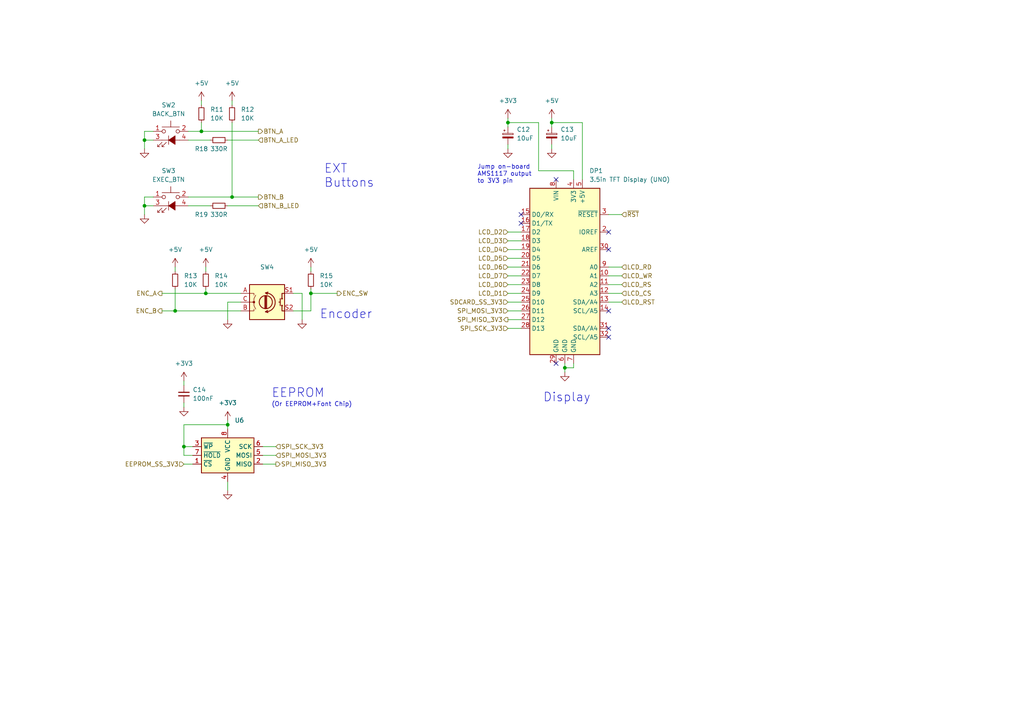
<source format=kicad_sch>
(kicad_sch (version 20211123) (generator eeschema)
  (paper "A4")
  (title_block (title "Tauntek LogIC tester Hat") (date "2022-06-18") (rev "1") (company "Sleepy Pony Labs"))
  (lib_symbols
    (symbol "Device:C_Polarized_Small" (pin_numbers hide) (pin_names (offset 0.254) hide)
      (property "Reference" "C" (at 0.254 1.778 0))
      (property "Value" "C_Polarized_Small" (at 0.254 -2.032 0))
      (symbol "C_Polarized_Small_0_1"
        (rectangle (start -1.524 -0.3048) (end 1.524 -0.6858) (fill (type outline)))
        (rectangle (start -1.524 0.6858) (end 1.524 0.3048))
        (polyline (pts (xy -1.27 1.524) (xy -0.762 1.524)))
        (polyline (pts (xy -1.016 1.27) (xy -1.016 1.778)))
      )
      (symbol "C_Polarized_Small_1_1"
        (pin passive line (at 0 2.54 270) (length 1.8542) (name "~") (number "1"))
        (pin passive line (at 0 -2.54 90) (length 1.8542) (name "~") (number "2"))
      )
    )
    (symbol "Device:C_Small" (pin_numbers hide) (pin_names (offset 0.254) hide)
      (property "Reference" "C" (at 0.254 1.778 0))
      (property "Value" "C_Small" (at 0.254 -2.032 0))
      (symbol "C_Small_0_1"
        (polyline (pts (xy -1.524 -0.508) (xy 1.524 -0.508)) (stroke (width 0.3302)))
        (polyline (pts (xy -1.524 0.508) (xy 1.524 0.508)) (stroke (width 0.3048)))
      )
      (symbol "C_Small_1_1"
        (pin passive line (at 0 2.54 270) (length 2.032) (name "~") (number "1"))
        (pin passive line (at 0 -2.54 90) (length 2.032) (name "~") (number "2"))
      )
    )
    (symbol "Device:R_Small" (pin_numbers hide) (pin_names (offset 0.254) hide)
      (property "Reference" "R" (at 0.762 0.508 0))
      (property "Value" "R_Small" (at 0.762 -1.016 0))
      (symbol "R_Small_0_1"
        (rectangle (start -0.762 1.778) (end 0.762 -1.778) (stroke (width 0.2032)))
      )
      (symbol "R_Small_1_1"
        (pin passive line (at 0 2.54 270) (length 0.762) (name "~") (number "1"))
        (pin passive line (at 0 -2.54 90) (length 0.762) (name "~") (number "2"))
      )
    )
    (symbol "Device:RotaryEncoder_Switch" (pin_names (offset 0.254) hide)
      (property "Reference" "SW" (at 0 6.604 0))
      (property "Value" "RotaryEncoder_Switch" (at 0 -6.604 0))
      (symbol "RotaryEncoder_Switch_0_1"
        (rectangle (start -5.08 5.08) (end 5.08 -5.08) (stroke (width 0.254)) (fill (type background)))
        (circle (center -3.81 0) (radius 0.254) (fill (type outline)))
        (arc (start -0.381 -2.794) (mid 2.3622 -0.0508) (end -0.381 2.667) (stroke (width 0.254)))
        (circle (center -0.381 0) (radius 1.905) (stroke (width 0.254)))
        (polyline (pts (xy -0.635 -1.778) (xy -0.635 1.778)) (stroke (width 0.254)))
        (polyline (pts (xy -0.381 -1.778) (xy -0.381 1.778)) (stroke (width 0.254)))
        (polyline (pts (xy -0.127 1.778) (xy -0.127 -1.778)) (stroke (width 0.254)))
        (polyline (pts (xy 3.81 0) (xy 3.429 0)) (stroke (width 0.254)))
        (polyline (pts (xy 3.81 1.016) (xy 3.81 -1.016)) (stroke (width 0.254)))
        (polyline (pts (xy -5.08 -2.54) (xy -3.81 -2.54) (xy -3.81 -2.032)))
        (polyline (pts (xy -5.08 2.54) (xy -3.81 2.54) (xy -3.81 2.032)))
        (polyline (pts (xy 0.254 -3.048) (xy -0.508 -2.794) (xy 0.127 -2.413)) (stroke (width 0.254)))
        (polyline (pts (xy 0.254 2.921) (xy -0.508 2.667) (xy 0.127 2.286)) (stroke (width 0.254)))
        (polyline (pts (xy 5.08 -2.54) (xy 4.318 -2.54) (xy 4.318 -1.016)) (stroke (width 0.254)))
        (polyline (pts (xy 5.08 2.54) (xy 4.318 2.54) (xy 4.318 1.016)) (stroke (width 0.254)))
        (polyline (pts (xy -5.08 0) (xy -3.81 0) (xy -3.81 -1.016) (xy -3.302 -2.032)))
        (polyline (pts (xy -4.318 0) (xy -3.81 0) (xy -3.81 1.016) (xy -3.302 2.032)))
        (circle (center 4.318 -1.016) (radius 0.127) (stroke (width 0.254)))
        (circle (center 4.318 1.016) (radius 0.127) (stroke (width 0.254)))
      )
      (symbol "RotaryEncoder_Switch_1_1"
        (pin passive line (at -7.62 2.54 0) (length 2.54) (name "A") (number "A"))
        (pin passive line (at -7.62 -2.54 0) (length 2.54) (name "B") (number "B"))
        (pin passive line (at -7.62 0 0) (length 2.54) (name "C") (number "C"))
        (pin passive line (at 7.62 2.54 180) (length 2.54) (name "S1") (number "S1"))
        (pin passive line (at 7.62 -2.54 180) (length 2.54) (name "S2") (number "S2"))
      )
    )
    (symbol "MCU_Module:Arduino_UNO_R3"
      (property "Reference" "A" (at -10.16 23.495 0))
      (property "Value" "Arduino_UNO_R3" (at 5.08 -26.67 0))
      (symbol "Arduino_UNO_R3_0_1"
        (rectangle (start -10.16 22.86) (end 10.16 -25.4) (stroke (width 0.254)) (fill (type background)))
      )
      (symbol "Arduino_UNO_R3_1_1"
        (pin no_connect line (at -10.16 -20.32 0) (length 2.54) hide (name "NC") (number "1"))
        (pin bidirectional line (at 12.7 -2.54 180) (length 2.54) (name "A1") (number "10"))
        (pin bidirectional line (at 12.7 -5.08 180) (length 2.54) (name "A2") (number "11"))
        (pin bidirectional line (at 12.7 -7.62 180) (length 2.54) (name "A3") (number "12"))
        (pin bidirectional line (at 12.7 -10.16 180) (length 2.54) (name "SDA/A4") (number "13"))
        (pin bidirectional line (at 12.7 -12.7 180) (length 2.54) (name "SCL/A5") (number "14"))
        (pin bidirectional line (at -12.7 15.24 0) (length 2.54) (name "D0/RX") (number "15"))
        (pin bidirectional line (at -12.7 12.7 0) (length 2.54) (name "D1/TX") (number "16"))
        (pin bidirectional line (at -12.7 10.16 0) (length 2.54) (name "D2") (number "17"))
        (pin bidirectional line (at -12.7 7.62 0) (length 2.54) (name "D3") (number "18"))
        (pin bidirectional line (at -12.7 5.08 0) (length 2.54) (name "D4") (number "19"))
        (pin output line (at 12.7 10.16 180) (length 2.54) (name "IOREF") (number "2"))
        (pin bidirectional line (at -12.7 2.54 0) (length 2.54) (name "D5") (number "20"))
        (pin bidirectional line (at -12.7 0 0) (length 2.54) (name "D6") (number "21"))
        (pin bidirectional line (at -12.7 -2.54 0) (length 2.54) (name "D7") (number "22"))
        (pin bidirectional line (at -12.7 -5.08 0) (length 2.54) (name "D8") (number "23"))
        (pin bidirectional line (at -12.7 -7.62 0) (length 2.54) (name "D9") (number "24"))
        (pin bidirectional line (at -12.7 -10.16 0) (length 2.54) (name "D10") (number "25"))
        (pin bidirectional line (at -12.7 -12.7 0) (length 2.54) (name "D11") (number "26"))
        (pin bidirectional line (at -12.7 -15.24 0) (length 2.54) (name "D12") (number "27"))
        (pin bidirectional line (at -12.7 -17.78 0) (length 2.54) (name "D13") (number "28"))
        (pin power_in line (at -2.54 -27.94 90) (length 2.54) (name "GND") (number "29"))
        (pin input line (at 12.7 15.24 180) (length 2.54) (name "~{RESET}") (number "3"))
        (pin input line (at 12.7 5.08 180) (length 2.54) (name "AREF") (number "30"))
        (pin bidirectional line (at 12.7 -17.78 180) (length 2.54) (name "SDA/A4") (number "31"))
        (pin bidirectional line (at 12.7 -20.32 180) (length 2.54) (name "SCL/A5") (number "32"))
        (pin power_out line (at 2.54 25.4 270) (length 2.54) (name "3V3") (number "4"))
        (pin power_out line (at 5.08 25.4 270) (length 2.54) (name "+5V") (number "5"))
        (pin power_in line (at 0 -27.94 90) (length 2.54) (name "GND") (number "6"))
        (pin power_in line (at 2.54 -27.94 90) (length 2.54) (name "GND") (number "7"))
        (pin power_in line (at -2.54 25.4 270) (length 2.54) (name "VIN") (number "8"))
        (pin bidirectional line (at 12.7 0 180) (length 2.54) (name "A0") (number "9"))
      )
    )
    (symbol "Memory_EEPROM:25LCxxx"
      (property "Reference" "U" (at -7.62 6.35 0))
      (property "Value" "25LCxxx" (at 2.54 -6.35 0))
      (symbol "25LCxxx_1_1"
        (rectangle (start -7.62 5.08) (end 7.62 -5.08) (stroke (width 0.254)) (fill (type background)))
        (pin input line (at -10.16 -2.54 0) (length 2.54) (name "~{CS}") (number "1"))
        (pin tri_state line (at 10.16 -2.54 180) (length 2.54) (name "MISO") (number "2"))
        (pin input line (at -10.16 2.54 0) (length 2.54) (name "~{WP}") (number "3"))
        (pin power_in line (at 0 -7.62 90) (length 2.54) (name "GND") (number "4"))
        (pin input line (at 10.16 0 180) (length 2.54) (name "MOSI") (number "5"))
        (pin input line (at 10.16 2.54 180) (length 2.54) (name "SCK") (number "6"))
        (pin input line (at -10.16 0 0) (length 2.54) (name "~{HOLD}") (number "7"))
        (pin power_in line (at 0 7.62 270) (length 2.54) (name "VCC") (number "8"))
      )
    )
    (symbol "Switch:SW_Push_LED" (pin_names (offset 1.016) hide)
      (property "Reference" "SW" (at 0.635 5.715 0))
      (property "Value" "SW_Push_LED" (at 0 -3.175 0))
      (symbol "SW_Push_LED_0_0"
        (polyline (pts (xy -3.81 -1.905) (xy -2.54 -0.635)))
        (polyline (pts (xy -2.54 -1.905) (xy -1.27 -0.635)))
        (polyline (pts (xy -2.54 0) (xy 2.54 0)))
        (polyline (pts (xy -0.635 1.27) (xy -0.635 -1.27)))
        (polyline (pts (xy -3.81 -1.27) (xy -3.81 -1.905) (xy -3.175 -1.905)))
        (polyline (pts (xy -2.54 -1.27) (xy -2.54 -1.905) (xy -1.905 -1.905)))
        (polyline (pts (xy -0.635 0) (xy 1.27 1.27) (xy 1.27 -1.27) (xy -0.635 0)) (fill (type outline)))
      )
      (symbol "SW_Push_LED_0_1"
        (circle (center -2.032 2.54) (radius 0.508))
        (polyline (pts (xy 0 3.81) (xy 0 5.588)))
        (polyline (pts (xy 2.54 3.81) (xy -2.54 3.81)))
        (circle (center 2.032 2.54) (radius 0.508))
        (pin passive line (at -5.08 2.54 0) (length 2.54) (name "1") (number "1"))
        (pin passive line (at 5.08 2.54 180) (length 2.54) (name "2") (number "2"))
        (pin passive line (at -5.08 0 0) (length 2.54) (name "K") (number "3"))
        (pin passive line (at 5.08 0 180) (length 2.54) (name "A") (number "4"))
      )
    )
    (symbol "power:+3.3V" (power) (pin_names (offset 0))
      (property "Value" "+3.3V" (at 0 3.556 0))
      (symbol "+3.3V_0_1"
        (polyline (pts (xy -0.762 1.27) (xy 0 2.54)))
        (polyline (pts (xy 0 0) (xy 0 2.54)))
        (polyline (pts (xy 0 2.54) (xy 0.762 1.27)))
      )
      (symbol "+3.3V_1_1"
        (pin power_in line (at 0 0 90) (length 0) hide (name "+3V3") (number "1"))
      )
    )
    (symbol "power:+5V" (power) (pin_names (offset 0))
      (property "Value" "+5V" (at 0 3.556 0))
      (symbol "+5V_0_1"
        (polyline (pts (xy -0.762 1.27) (xy 0 2.54)))
        (polyline (pts (xy 0 0) (xy 0 2.54)))
        (polyline (pts (xy 0 2.54) (xy 0.762 1.27)))
      )
      (symbol "+5V_1_1"
        (pin power_in line (at 0 0 90) (length 0) hide (name "+5V") (number "1"))
      )
    )
    (symbol "power:GND" (power) (pin_names (offset 0))
      (property "Value" "GND" (at 0 -3.81 0))
      (symbol "GND_0_1"
        (polyline (pts (xy 0 0) (xy 0 -1.27) (xy 1.27 -1.27) (xy 0 -2.54) (xy -1.27 -1.27) (xy 0 -1.27)))
      )
      (symbol "GND_1_1"
        (pin power_in line (at 0 0 270) (length 0) hide (name "GND") (number "1"))
      )
    )
  )
  (junction (at 50.8 90.17))
  (junction (at 53.34 129.54))
  (junction (at 160.02 35.56))
  (junction (at 67.31 57.15))
  (junction (at 41.91 59.69))
  (junction (at 59.69 85.09))
  (junction (at 163.83 106.68))
  (junction (at 66.04 123.19))
  (junction (at 147.32 35.56))
  (junction (at 58.42 38.1))
  (junction (at 41.91 40.64))
  (junction (at 90.17 85.09))
  (no_connect (at 176.53 67.31))
  (no_connect (at 151.13 64.77))
  (no_connect (at 151.13 62.23))
  (no_connect (at 176.53 90.17))
  (no_connect (at 176.53 95.25))
  (no_connect (at 161.29 52.07))
  (no_connect (at 176.53 72.39))
  (no_connect (at 176.53 97.79))
  (no_connect (at 161.29 105.41))
  (wire (pts (xy 54.61 40.64) (xy 60.96 40.64)))
  (wire (pts (xy 67.31 57.15) (xy 67.31 35.56)))
  (wire (pts (xy 44.45 38.1) (xy 41.91 38.1)))
  (wire (pts (xy 147.32 69.85) (xy 151.13 69.85)))
  (wire (pts (xy 147.32 87.63) (xy 151.13 87.63)))
  (wire (pts (xy 67.31 29.21) (xy 67.31 30.48)))
  (wire (pts (xy 69.85 85.09) (xy 59.69 85.09)))
  (wire (pts (xy 66.04 123.19) (xy 66.04 124.46)))
  (wire (pts (xy 58.42 38.1) (xy 74.93 38.1)))
  (wire (pts (xy 53.34 116.84) (xy 53.34 118.11)))
  (wire (pts (xy 54.61 38.1) (xy 58.42 38.1)))
  (wire (pts (xy 54.61 57.15) (xy 67.31 57.15)))
  (wire (pts (xy 76.2 129.54) (xy 80.01 129.54)))
  (wire (pts (xy 160.02 35.56) (xy 160.02 36.83)))
  (wire (pts (xy 147.32 90.17) (xy 151.13 90.17)))
  (wire (pts (xy 66.04 87.63) (xy 66.04 92.71)))
  (wire (pts (xy 176.53 87.63) (xy 180.34 87.63)))
  (wire (pts (xy 66.04 123.19) (xy 53.34 123.19)))
  (wire (pts (xy 46.99 85.09) (xy 59.69 85.09)))
  (wire (pts (xy 69.85 90.17) (xy 50.8 90.17)))
  (wire (pts (xy 87.63 85.09) (xy 87.63 92.71)))
  (wire (pts (xy 147.32 77.47) (xy 151.13 77.47)))
  (wire (pts (xy 53.34 129.54) (xy 55.88 129.54)))
  (wire (pts (xy 67.31 57.15) (xy 74.93 57.15)))
  (wire (pts (xy 41.91 40.64) (xy 41.91 43.18)))
  (wire (pts (xy 46.99 90.17) (xy 50.8 90.17)))
  (wire (pts (xy 54.61 59.69) (xy 60.96 59.69)))
  (wire (pts (xy 147.32 35.56) (xy 147.32 36.83)))
  (wire (pts (xy 90.17 77.47) (xy 90.17 78.74)))
  (wire (pts (xy 87.63 85.09) (xy 85.09 85.09)))
  (wire (pts (xy 147.32 67.31) (xy 151.13 67.31)))
  (wire (pts (xy 176.53 80.01) (xy 180.34 80.01)))
  (wire (pts (xy 176.53 82.55) (xy 180.34 82.55)))
  (wire (pts (xy 156.21 49.53) (xy 166.37 49.53)))
  (wire (pts (xy 156.21 35.56) (xy 156.21 49.53)))
  (wire (pts (xy 160.02 41.91) (xy 160.02 43.18)))
  (wire (pts (xy 166.37 106.68) (xy 166.37 105.41)))
  (wire (pts (xy 147.32 34.29) (xy 147.32 35.56)))
  (wire (pts (xy 76.2 132.08) (xy 80.01 132.08)))
  (wire (pts (xy 66.04 121.92) (xy 66.04 123.19)))
  (wire (pts (xy 168.91 35.56) (xy 168.91 52.07)))
  (wire (pts (xy 147.32 74.93) (xy 151.13 74.93)))
  (wire (pts (xy 53.34 132.08) (xy 55.88 132.08)))
  (wire (pts (xy 147.32 82.55) (xy 151.13 82.55)))
  (wire (pts (xy 66.04 40.64) (xy 74.93 40.64)))
  (wire (pts (xy 41.91 57.15) (xy 41.91 59.69)))
  (wire (pts (xy 163.83 105.41) (xy 163.83 106.68)))
  (wire (pts (xy 53.34 129.54) (xy 53.34 132.08)))
  (wire (pts (xy 41.91 40.64) (xy 44.45 40.64)))
  (wire (pts (xy 41.91 59.69) (xy 44.45 59.69)))
  (wire (pts (xy 58.42 38.1) (xy 58.42 35.56)))
  (wire (pts (xy 160.02 35.56) (xy 168.91 35.56)))
  (wire (pts (xy 41.91 38.1) (xy 41.91 40.64)))
  (wire (pts (xy 176.53 85.09) (xy 180.34 85.09)))
  (wire (pts (xy 147.32 95.25) (xy 151.13 95.25)))
  (wire (pts (xy 53.34 134.62) (xy 55.88 134.62)))
  (wire (pts (xy 58.42 29.21) (xy 58.42 30.48)))
  (wire (pts (xy 69.85 87.63) (xy 66.04 87.63)))
  (wire (pts (xy 66.04 59.69) (xy 74.93 59.69)))
  (wire (pts (xy 50.8 90.17) (xy 50.8 83.82)))
  (wire (pts (xy 41.91 59.69) (xy 41.91 62.23)))
  (wire (pts (xy 176.53 77.47) (xy 180.34 77.47)))
  (wire (pts (xy 85.09 90.17) (xy 90.17 90.17)))
  (wire (pts (xy 166.37 49.53) (xy 166.37 52.07)))
  (wire (pts (xy 147.32 92.71) (xy 151.13 92.71)))
  (wire (pts (xy 53.34 110.49) (xy 53.34 111.76)))
  (wire (pts (xy 163.83 106.68) (xy 166.37 106.68)))
  (wire (pts (xy 50.8 77.47) (xy 50.8 78.74)))
  (wire (pts (xy 147.32 72.39) (xy 151.13 72.39)))
  (wire (pts (xy 59.69 77.47) (xy 59.69 78.74)))
  (wire (pts (xy 90.17 90.17) (xy 90.17 85.09)))
  (wire (pts (xy 53.34 123.19) (xy 53.34 129.54)))
  (wire (pts (xy 176.53 62.23) (xy 180.34 62.23)))
  (wire (pts (xy 147.32 80.01) (xy 151.13 80.01)))
  (wire (pts (xy 147.32 35.56) (xy 156.21 35.56)))
  (wire (pts (xy 147.32 41.91) (xy 147.32 43.18)))
  (wire (pts (xy 90.17 85.09) (xy 97.79 85.09)))
  (wire (pts (xy 90.17 85.09) (xy 90.17 83.82)))
  (wire (pts (xy 44.45 57.15) (xy 41.91 57.15)))
  (wire (pts (xy 59.69 85.09) (xy 59.69 83.82)))
  (wire (pts (xy 160.02 34.29) (xy 160.02 35.56)))
  (wire (pts (xy 163.83 106.68) (xy 163.83 107.95)))
  (wire (pts (xy 76.2 134.62) (xy 80.01 134.62)))
  (wire (pts (xy 147.32 85.09) (xy 151.13 85.09)))
  (wire (pts (xy 66.04 139.7) (xy 66.04 142.24)))
  (text "Display" (at 157.48 116.84 0) (effects (font (size 2.54 2.54)) (justify left bottom)))
  (text "(Or EEPROM+Font Chip)" (at 78.74 118.11 0) (effects (font (size 1.27 1.27)) (justify left bottom)))
  (text "Encoder" (at 92.71 92.71 0) (effects (font (size 2.54 2.54)) (justify left bottom)))
  (text "EEPROM" (at 78.74 115.57 0) (effects (font (size 2.54 2.54)) (justify left bottom)))
  (text "EXT \nButtons" (at 93.98 54.61 0) (effects (font (size 2.54 2.54)) (justify left bottom)))
  (text "Jump on-board\nAMS1117 output\nto 3V3 pin" (at 138.43 53.34 0) (effects (font (size 1.27 1.27)) (justify left bottom)))
  (hierarchical_label "BTN_A_LED" (shape input) (at 74.93 40.64 0))
  (hierarchical_label "LCD_D5" (shape input) (at 147.32 74.93 180))
  (hierarchical_label "LCD_D3" (shape input) (at 147.32 69.85 180))
  (hierarchical_label "SPI_SCK_3V3" (shape input) (at 147.32 95.25 180))
  (hierarchical_label "BTN_B_LED" (shape input) (at 74.93 59.69 0))
  (hierarchical_label "ENC_A" (shape output) (at 46.99 85.09 180))
  (hierarchical_label "EEPROM_SS_3V3" (shape input) (at 53.34 134.62 180))
  (hierarchical_label "LCD_D4" (shape input) (at 147.32 72.39 180))
  (hierarchical_label "LCD_D1" (shape input) (at 147.32 85.09 180))
  (hierarchical_label "SPI_SCK_3V3" (shape input) (at 80.01 129.54 0))
  (hierarchical_label "SPI_MISO_3V3" (shape output) (at 147.32 92.71 180))
  (hierarchical_label "LCD_WR" (shape input) (at 180.34 80.01 0))
  (hierarchical_label "SPI_MISO_3V3" (shape output) (at 80.01 134.62 0))
  (hierarchical_label "BTN_A" (shape output) (at 74.93 38.1 0))
  (hierarchical_label "LCD_D2" (shape input) (at 147.32 67.31 180))
  (hierarchical_label "SPI_MOSI_3V3" (shape input) (at 80.01 132.08 0))
  (hierarchical_label "LCD_D0" (shape input) (at 147.32 82.55 180))
  (hierarchical_label "~{RST}" (shape input) (at 180.34 62.23 0))
  (hierarchical_label "LCD_RD" (shape input) (at 180.34 77.47 0))
  (hierarchical_label "BTN_B" (shape output) (at 74.93 57.15 0))
  (hierarchical_label "LCD_CS" (shape input) (at 180.34 85.09 0))
  (hierarchical_label "ENC_SW" (shape output) (at 97.79 85.09 0))
  (hierarchical_label "LCD_D6" (shape input) (at 147.32 77.47 180))
  (hierarchical_label "SPI_MOSI_3V3" (shape input) (at 147.32 90.17 180))
  (hierarchical_label "ENC_B" (shape output) (at 46.99 90.17 180))
  (hierarchical_label "LCD_D7" (shape input) (at 147.32 80.01 180))
  (hierarchical_label "SDCARD_SS_3V3" (shape input) (at 147.32 87.63 180))
  (hierarchical_label "LCD_RS" (shape input) (at 180.34 82.55 0))
  (hierarchical_label "LCD_RST" (shape input) (at 180.34 87.63 0))
  (symbol (lib_id "MCU_Module:Arduino_UNO_R3") (at 163.83 77.47 0) (unit 1)
    (property "Reference" "DP1" (at 170.9294 49.53 0) (effects (justify left)))
    (property "Value" "3.5in TFT Display (UNO)" (at 170.9294 52.07 0) (effects (justify left)))
    (property "Footprint" "tauntek-hat:Arduino_UNO_R3_Display" (effects hide))
    (property "Datasheet" "https://www.arduino.cc/en/Main/arduinoBoardUno" (effects hide))
  )
  (symbol (lib_id "Memory_EEPROM:25LCxxx") (at 66.04 132.08 0) (unit 1)
    (property "Reference" "U6" (at 68.0594 121.92 0) (effects (justify left)))
    (property "Footprint" "tauntek-hat:SOP-8_5.28x5.23mm_P1.27mm_LongPads" (effects hide))
    (property "Datasheet" "http://ww1.microchip.com/downloads/en/DeviceDoc/21832H.pdf" (effects hide))
  )
  (symbol (lib_id "power:+5V") (at 160.02 34.29 0) (unit 1)
    (property "Reference" "#PWR041" (effects hide))
    (property "Value" "+5V" (at 160.02 29.21 0))
  )
  (symbol (lib_id "Switch:SW_Push_LED") (at 49.53 59.69 0) (unit 1)
    (property "Reference" "SW3" (at 48.895 49.53 0))
    (property "Value" "EXEC_BTN" (at 48.895 52.07 0))
    (property "Footprint" "tauntek-hat:SW_PUSH-12mm_Lamp" (effects hide))
  )
  (symbol (lib_id "power:GND") (at 53.34 118.11 0) (unit 1)
    (property "Reference" "#PWR055" (effects hide))
    (property "Value" "GND" (effects hide))
  )
  (symbol (lib_id "power:GND") (at 160.02 43.18 0) (unit 1)
    (property "Reference" "#PWR045" (effects hide))
    (property "Value" "GND" (effects hide))
  )
  (symbol (lib_id "power:+3.3V") (at 66.04 121.92 0) (unit 1)
    (property "Reference" "#PWR056" (effects hide))
    (property "Value" "+3.3V" (at 66.04 116.84 0))
  )
  (symbol (lib_id "Device:C_Polarized_Small") (at 160.02 39.37 0) (unit 1)
    (property "Reference" "C13" (at 162.56 37.5538 0) (effects (justify left)))
    (property "Value" "10uF" (at 162.56 40.0938 0) (effects (justify left)))
    (property "Footprint" "Capacitor_THT:CP_Radial_D5.0mm_P2.00mm" (effects hide))
  )
  (symbol (lib_id "power:GND") (at 163.83 107.95 0) (unit 1)
    (property "Reference" "#PWR053" (effects hide))
    (property "Value" "GND" (effects hide))
  )
  (symbol (lib_id "power:GND") (at 41.91 62.23 0) (unit 1)
    (property "Reference" "#PWR047" (effects hide))
    (property "Value" "GND" (effects hide))
  )
  (symbol (lib_id "power:+5V") (at 50.8 77.47 0) (unit 1)
    (property "Reference" "#PWR048" (effects hide))
    (property "Value" "+5V" (at 50.8 72.39 0))
  )
  (symbol (lib_id "power:GND") (at 87.63 92.71 0) (unit 1)
    (property "Reference" "#PWR052" (effects hide))
    (property "Value" "GND" (effects hide))
  )
  (symbol (lib_id "Device:R_Small") (at 59.69 81.28 0) (unit 1)
    (property "Reference" "R14" (at 62.23 80.0099 0) (effects (justify left)))
    (property "Value" "10K" (at 62.23 82.5499 0) (effects (justify left)))
    (property "Footprint" "Resistor_SMD:R_0603_1608Metric" (effects hide))
  )
  (symbol (lib_id "power:GND") (at 66.04 142.24 0) (unit 1)
    (property "Reference" "#PWR057" (effects hide))
    (property "Value" "GND" (effects hide))
  )
  (symbol (lib_id "Device:R_Small") (at 50.8 81.28 0) (unit 1)
    (property "Reference" "R13" (at 53.34 80.0099 0) (effects (justify left)))
    (property "Value" "10K" (at 53.34 82.5499 0) (effects (justify left)))
    (property "Footprint" "Resistor_SMD:R_0603_1608Metric" (effects hide))
  )
  (symbol (lib_id "power:GND") (at 147.32 43.18 0) (unit 1)
    (property "Reference" "#PWR044" (effects hide))
    (property "Value" "GND" (effects hide))
  )
  (symbol (lib_id "power:+3.3V") (at 147.32 34.29 0) (unit 1)
    (property "Reference" "#PWR040" (effects hide))
    (property "Value" "+3.3V" (at 147.32 29.21 0))
  )
  (symbol (lib_id "Device:RotaryEncoder_Switch") (at 77.47 87.63 0) (unit 1)
    (property "Reference" "SW4" (at 77.47 77.47 0))
    (property "Footprint" "Rotary_Encoder:RotaryEncoder_Alps_EC11E-Switch_Vertical_H20mm" (effects hide))
  )
  (symbol (lib_id "Device:R_Small") (at 90.17 81.28 0) (unit 1)
    (property "Reference" "R15" (at 92.71 80.0099 0) (effects (justify left)))
    (property "Value" "10K" (at 92.71 82.5499 0) (effects (justify left)))
    (property "Footprint" "Resistor_SMD:R_0603_1608Metric" (effects hide))
  )
  (symbol (lib_id "power:+5V") (at 67.31 29.21 0) (unit 1)
    (property "Reference" "#PWR043" (effects hide))
    (property "Value" "+5V" (at 67.31 24.13 0))
  )
  (symbol (lib_id "Device:R_Small") (at 63.5 40.64 90) (unit 1)
    (property "Reference" "R18" (at 58.42 43.18 90))
    (property "Value" "330R" (at 63.5 43.18 90))
    (property "Footprint" "Resistor_SMD:R_0603_1608Metric" (effects hide))
  )
  (symbol (lib_id "power:+5V") (at 58.42 29.21 0) (unit 1)
    (property "Reference" "#PWR042" (effects hide))
    (property "Value" "+5V" (at 58.42 24.13 0))
  )
  (symbol (lib_id "Device:R_Small") (at 63.5 59.69 90) (unit 1)
    (property "Reference" "R19" (at 58.42 62.23 90))
    (property "Value" "330R" (at 63.5 62.23 90))
    (property "Footprint" "Resistor_SMD:R_0603_1608Metric" (effects hide))
  )
  (symbol (lib_id "power:GND") (at 66.04 92.71 0) (unit 1)
    (property "Reference" "#PWR051" (effects hide))
    (property "Value" "GND" (effects hide))
  )
  (symbol (lib_id "Switch:SW_Push_LED") (at 49.53 40.64 0) (unit 1)
    (property "Reference" "SW2" (at 48.895 30.48 0))
    (property "Value" "BACK_BTN" (at 48.895 33.02 0))
    (property "Footprint" "tauntek-hat:SW_PUSH-12mm_Lamp" (effects hide))
  )
  (symbol (lib_id "power:+5V") (at 90.17 77.47 0) (unit 1)
    (property "Reference" "#PWR050" (effects hide))
    (property "Value" "+5V" (at 90.17 72.39 0))
  )
  (symbol (lib_id "power:GND") (at 41.91 43.18 0) (unit 1)
    (property "Reference" "#PWR046" (effects hide))
    (property "Value" "GND" (effects hide))
  )
  (symbol (lib_id "power:+5V") (at 59.69 77.47 0) (unit 1)
    (property "Reference" "#PWR049" (effects hide))
    (property "Value" "+5V" (at 59.69 72.39 0))
  )
  (symbol (lib_id "Device:C_Polarized_Small") (at 147.32 39.37 0) (unit 1)
    (property "Reference" "C12" (at 149.86 37.5538 0) (effects (justify left)))
    (property "Value" "10uF" (at 149.86 40.0938 0) (effects (justify left)))
    (property "Footprint" "Capacitor_THT:CP_Radial_D5.0mm_P2.00mm" (effects hide))
  )
  (symbol (lib_id "Device:R_Small") (at 67.31 33.02 0) (unit 1)
    (property "Reference" "R12" (at 69.85 31.7499 0) (effects (justify left)))
    (property "Value" "10K" (at 69.85 34.2899 0) (effects (justify left)))
    (property "Footprint" "Resistor_SMD:R_0603_1608Metric" (effects hide))
  )
  (symbol (lib_id "Device:C_Small") (at 53.34 114.3 0) (unit 1)
    (property "Reference" "C14" (at 55.88 113.0362 0) (effects (justify left)))
    (property "Value" "100nF" (at 55.88 115.5762 0) (effects (justify left)))
    (property "Footprint" "Capacitor_SMD:C_0603_1608Metric" (effects hide))
  )
  (symbol (lib_id "power:+3.3V") (at 53.34 110.49 0) (unit 1)
    (property "Reference" "#PWR054" (effects hide))
    (property "Value" "+3.3V" (at 53.34 105.41 0))
  )
  (symbol (lib_id "Device:R_Small") (at 58.42 33.02 0) (unit 1)
    (property "Reference" "R11" (at 60.96 31.7499 0) (effects (justify left)))
    (property "Value" "10K" (at 60.96 34.2899 0) (effects (justify left)))
    (property "Footprint" "Resistor_SMD:R_0603_1608Metric" (effects hide))
  )
)
</source>
